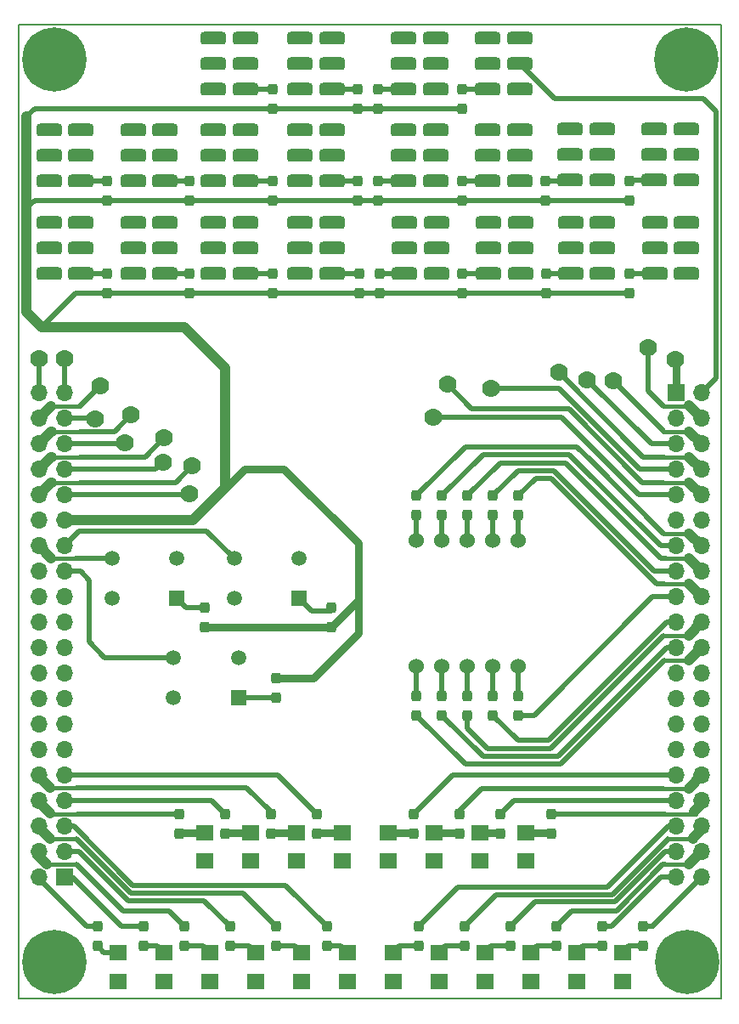
<source format=gbr>
%TF.GenerationSoftware,KiCad,Pcbnew,(6.0.2)*%
%TF.CreationDate,2022-03-31T22:04:23+02:00*%
%TF.ProjectId,ba_nano_version_2,62615f6e-616e-46f5-9f76-657273696f6e,rev?*%
%TF.SameCoordinates,Original*%
%TF.FileFunction,Copper,L1,Top*%
%TF.FilePolarity,Positive*%
%FSLAX46Y46*%
G04 Gerber Fmt 4.6, Leading zero omitted, Abs format (unit mm)*
G04 Created by KiCad (PCBNEW (6.0.2)) date 2022-03-31 22:04:23*
%MOMM*%
%LPD*%
G01*
G04 APERTURE LIST*
G04 Aperture macros list*
%AMRoundRect*
0 Rectangle with rounded corners*
0 $1 Rounding radius*
0 $2 $3 $4 $5 $6 $7 $8 $9 X,Y pos of 4 corners*
0 Add a 4 corners polygon primitive as box body*
4,1,4,$2,$3,$4,$5,$6,$7,$8,$9,$2,$3,0*
0 Add four circle primitives for the rounded corners*
1,1,$1+$1,$2,$3*
1,1,$1+$1,$4,$5*
1,1,$1+$1,$6,$7*
1,1,$1+$1,$8,$9*
0 Add four rect primitives between the rounded corners*
20,1,$1+$1,$2,$3,$4,$5,0*
20,1,$1+$1,$4,$5,$6,$7,0*
20,1,$1+$1,$6,$7,$8,$9,0*
20,1,$1+$1,$8,$9,$2,$3,0*%
G04 Aperture macros list end*
%TA.AperFunction,Profile*%
%ADD10C,0.200000*%
%TD*%
%TA.AperFunction,ComponentPad*%
%ADD11R,1.500000X1.500000*%
%TD*%
%TA.AperFunction,ComponentPad*%
%ADD12C,1.500000*%
%TD*%
%TA.AperFunction,SMDPad,CuDef*%
%ADD13RoundRect,0.237500X-0.237500X0.287500X-0.237500X-0.287500X0.237500X-0.287500X0.237500X0.287500X0*%
%TD*%
%TA.AperFunction,SMDPad,CuDef*%
%ADD14RoundRect,0.237500X0.237500X-0.287500X0.237500X0.287500X-0.237500X0.287500X-0.237500X-0.287500X0*%
%TD*%
%TA.AperFunction,ComponentPad*%
%ADD15C,1.524000*%
%TD*%
%TA.AperFunction,SMDPad,CuDef*%
%ADD16R,1.670000X1.620000*%
%TD*%
%TA.AperFunction,ComponentPad*%
%ADD17RoundRect,0.317500X0.955000X-0.317500X0.955000X0.317500X-0.955000X0.317500X-0.955000X-0.317500X0*%
%TD*%
%TA.AperFunction,ComponentPad*%
%ADD18C,6.400000*%
%TD*%
%TA.AperFunction,ComponentPad*%
%ADD19R,1.700000X1.700000*%
%TD*%
%TA.AperFunction,ComponentPad*%
%ADD20O,1.700000X1.700000*%
%TD*%
%TA.AperFunction,ViaPad*%
%ADD21C,1.778000*%
%TD*%
%TA.AperFunction,Conductor*%
%ADD22C,0.508000*%
%TD*%
%TA.AperFunction,Conductor*%
%ADD23C,1.016000*%
%TD*%
%TA.AperFunction,Conductor*%
%ADD24C,0.381000*%
%TD*%
%TA.AperFunction,Conductor*%
%ADD25C,0.762000*%
%TD*%
G04 APERTURE END LIST*
D10*
X169658181Y-52980345D02*
X169658181Y-149982945D01*
X99655781Y-149982945D02*
X99655781Y-52980345D01*
X169658181Y-149982945D02*
X99655781Y-149982945D01*
X99655781Y-52980345D02*
X169658181Y-52980345D01*
D11*
%TO.P,S3,1,COM_1*%
%TO.N,Net-(R51-Pad2)*%
X115443000Y-110109000D03*
D12*
%TO.P,S3,2,COM_2*%
X108943000Y-110109000D03*
%TO.P,S3,3,NO_1*%
%TO.N,/GPIO_0_27*%
X115443000Y-106109000D03*
%TO.P,S3,4,NO_2*%
X108943000Y-106109000D03*
%TD*%
D11*
%TO.P,S2,1,COM_1*%
%TO.N,Net-(R53-Pad2)*%
X121614000Y-119983000D03*
D12*
%TO.P,S2,2,COM_2*%
X115114000Y-119983000D03*
%TO.P,S2,3,NO_1*%
%TO.N,/GPIO_0_24*%
X121614000Y-115983000D03*
%TO.P,S2,4,NO_2*%
X115114000Y-115983000D03*
%TD*%
D11*
%TO.P,S1,1,COM_1*%
%TO.N,Net-(R52-Pad2)*%
X127635000Y-110109000D03*
D12*
%TO.P,S1,2,COM_2*%
X121135000Y-110109000D03*
%TO.P,S1,3,NO_1*%
%TO.N,/GPIO_0_26*%
X127635000Y-106109000D03*
%TO.P,S1,4,NO_2*%
X121135000Y-106109000D03*
%TD*%
D13*
%TO.P,R53,1*%
%TO.N,+3V3*%
X125300000Y-118075000D03*
%TO.P,R53,2*%
%TO.N,Net-(R53-Pad2)*%
X125300000Y-120000000D03*
%TD*%
D14*
%TO.P,R52,2*%
%TO.N,Net-(R52-Pad2)*%
X130800000Y-111037500D03*
%TO.P,R52,1*%
%TO.N,+3V3*%
X130800000Y-112962500D03*
%TD*%
%TO.P,R51,1*%
%TO.N,+3V3*%
X118200000Y-112962500D03*
%TO.P,R51,2*%
%TO.N,Net-(R51-Pad2)*%
X118200000Y-111037500D03*
%TD*%
%TO.P,R50,2*%
%TO.N,Net-(R50-Pad2)*%
X149479000Y-119814500D03*
%TO.P,R50,1*%
%TO.N,/GPIO_1_16*%
X149479000Y-121739500D03*
%TD*%
%TO.P,R49,1*%
%TO.N,Net-(R49-Pad1)*%
X149479000Y-101800500D03*
%TO.P,R49,2*%
%TO.N,/GPIO_1_17*%
X149479000Y-99875500D03*
%TD*%
%TO.P,R48,2*%
%TO.N,Net-(R48-Pad2)*%
X146939000Y-119814500D03*
%TO.P,R48,1*%
%TO.N,/GPIO_1_18*%
X146939000Y-121739500D03*
%TD*%
%TO.P,R47,2*%
%TO.N,/GPIO_1_14*%
X146939000Y-99875500D03*
%TO.P,R47,1*%
%TO.N,Net-(R47-Pad1)*%
X146939000Y-101800500D03*
%TD*%
%TO.P,R46,2*%
%TO.N,Net-(R46-Pad2)*%
X144399000Y-119814500D03*
%TO.P,R46,1*%
%TO.N,/GPIO_1_19*%
X144399000Y-121739500D03*
%TD*%
%TO.P,R45,2*%
%TO.N,/GPIO_1_15*%
X144399000Y-99875500D03*
%TO.P,R45,1*%
%TO.N,Net-(R45-Pad1)*%
X144399000Y-101800500D03*
%TD*%
%TO.P,R44,2*%
%TO.N,Net-(R44-Pad2)*%
X141859000Y-119814500D03*
%TO.P,R44,1*%
%TO.N,/GPIO_1_20*%
X141859000Y-121739500D03*
%TD*%
%TO.P,R43,1*%
%TO.N,Net-(R43-Pad1)*%
X141859000Y-101800500D03*
%TO.P,R43,2*%
%TO.N,/GPIO_1_12*%
X141859000Y-99875500D03*
%TD*%
%TO.P,R42,2*%
%TO.N,Net-(R42-Pad2)*%
X139319000Y-119814500D03*
%TO.P,R42,1*%
%TO.N,/GPIO_1_21*%
X139319000Y-121739500D03*
%TD*%
%TO.P,R41,1*%
%TO.N,Net-(R41-Pad1)*%
X139319000Y-101800500D03*
%TO.P,R41,2*%
%TO.N,/GPIO_1_13*%
X139319000Y-99875500D03*
%TD*%
D15*
%TO.P,U1,1,D*%
%TO.N,Net-(R42-Pad2)*%
X139319000Y-116867000D03*
%TO.P,U1,2,DP*%
%TO.N,Net-(R44-Pad2)*%
X141859000Y-116867000D03*
%TO.P,U1,3,E*%
%TO.N,Net-(R46-Pad2)*%
X144399000Y-116867000D03*
%TO.P,U1,4,C*%
%TO.N,Net-(R48-Pad2)*%
X146939000Y-116867000D03*
%TO.P,U1,5,CA_DIG2*%
%TO.N,Net-(R50-Pad2)*%
X149479000Y-116867000D03*
%TO.P,U1,6,B*%
%TO.N,Net-(R49-Pad1)*%
X149479000Y-104367000D03*
%TO.P,U1,7,A*%
%TO.N,Net-(R47-Pad1)*%
X146939000Y-104367000D03*
%TO.P,U1,8,F*%
%TO.N,Net-(R45-Pad1)*%
X144399000Y-104367000D03*
%TO.P,U1,9,G*%
%TO.N,Net-(R43-Pad1)*%
X141859000Y-104367000D03*
%TO.P,U1,10,CA_D1*%
%TO.N,Net-(R41-Pad1)*%
X139319000Y-104367000D03*
%TD*%
D16*
%TO.P,D9,1,K*%
%TO.N,GND*%
X146114800Y-148242000D03*
%TO.P,D9,2,A*%
%TO.N,Net-(D9-Pad2)*%
X146114800Y-145382000D03*
%TD*%
D13*
%TO.P,R8,1*%
%TO.N,/GPIO_1_35*%
X144082800Y-142801500D03*
%TO.P,R8,2*%
%TO.N,Net-(D8-Pad2)*%
X144082800Y-144726500D03*
%TD*%
D16*
%TO.P,D20,1,K*%
%TO.N,GND*%
X150178795Y-136293992D03*
%TO.P,D20,2,A*%
%TO.N,Net-(D20-Pad2)*%
X150178795Y-133433992D03*
%TD*%
D13*
%TO.P,R20,1*%
%TO.N,/GPIO_1_33*%
X152718800Y-131625500D03*
%TO.P,R20,2*%
%TO.N,Net-(D20-Pad2)*%
X152718800Y-133550500D03*
%TD*%
%TO.P,R3,1*%
%TO.N,/GPIO_0_3*%
X116142800Y-142801500D03*
%TO.P,R3,2*%
%TO.N,Net-(D3-Pad2)*%
X116142800Y-144726500D03*
%TD*%
D16*
%TO.P,D5,1,K*%
%TO.N,GND*%
X127826800Y-148242000D03*
%TO.P,D5,2,A*%
%TO.N,Net-(D5-Pad2)*%
X127826800Y-145382000D03*
%TD*%
D14*
%TO.P,R34,1*%
%TO.N,+3V3*%
X152273000Y-79702500D03*
%TO.P,R34,2*%
%TO.N,Net-(R34-Pad2)*%
X152273000Y-77777500D03*
%TD*%
D13*
%TO.P,R7,1*%
%TO.N,/GPIO_1_34*%
X139510800Y-142801500D03*
%TO.P,R7,2*%
%TO.N,Net-(D7-Pad2)*%
X139510800Y-144726500D03*
%TD*%
%TO.P,R1,1*%
%TO.N,/GPIO_0_1*%
X107506800Y-142801500D03*
%TO.P,R1,2*%
%TO.N,Net-(D1-Pad2)*%
X107506800Y-144726500D03*
%TD*%
%TO.P,R10,1*%
%TO.N,/GPIO_1_37*%
X153226800Y-142801500D03*
%TO.P,R10,2*%
%TO.N,Net-(D10-Pad2)*%
X153226800Y-144726500D03*
%TD*%
D17*
%TO.P,SW20,1,A*%
%TO.N,Net-(R40-Pad2)*%
X105863420Y-77759560D03*
%TO.P,SW20,2,B*%
%TO.N,/GPIO_0_37*%
X105863420Y-75219560D03*
%TO.P,SW20,3,C*%
%TO.N,GND*%
X105863420Y-72679560D03*
%TO.P,SW20,4,A*%
%TO.N,Net-(R40-Pad2)*%
X102670640Y-77759560D03*
%TO.P,SW20,5,B*%
%TO.N,/GPIO_0_37*%
X102670640Y-75219560D03*
%TO.P,SW20,6,C*%
%TO.N,GND*%
X102670640Y-72679560D03*
%TD*%
D16*
%TO.P,D19,1,K*%
%TO.N,GND*%
X145606795Y-136293992D03*
%TO.P,D19,2,A*%
%TO.N,Net-(D19-Pad2)*%
X145606795Y-133433992D03*
%TD*%
%TO.P,D12,1,K*%
%TO.N,GND*%
X159830800Y-148242000D03*
%TO.P,D12,2,A*%
%TO.N,Net-(D12-Pad2)*%
X159830800Y-145382000D03*
%TD*%
D17*
%TO.P,SW14,1,A*%
%TO.N,Net-(R34-Pad2)*%
X157854680Y-77724000D03*
%TO.P,SW14,2,B*%
%TO.N,/GPIO_1_5*%
X157854680Y-75184000D03*
%TO.P,SW14,3,C*%
%TO.N,GND*%
X157854680Y-72644000D03*
%TO.P,SW14,4,A*%
%TO.N,Net-(R34-Pad2)*%
X154661900Y-77724000D03*
%TO.P,SW14,5,B*%
%TO.N,/GPIO_1_5*%
X154661900Y-75184000D03*
%TO.P,SW14,6,C*%
%TO.N,GND*%
X154661900Y-72644000D03*
%TD*%
D14*
%TO.P,R35,1*%
%TO.N,+3V3*%
X143891000Y-79702500D03*
%TO.P,R35,2*%
%TO.N,Net-(R35-Pad2)*%
X143891000Y-77777500D03*
%TD*%
%TO.P,R31,2*%
%TO.N,Net-(R31-Pad2)*%
X116713000Y-68506500D03*
%TO.P,R31,1*%
%TO.N,+3V3*%
X116713000Y-70431500D03*
%TD*%
D16*
%TO.P,D2,1,K*%
%TO.N,GND*%
X114110800Y-148242000D03*
%TO.P,D2,2,A*%
%TO.N,Net-(D2-Pad2)*%
X114110800Y-145382000D03*
%TD*%
D18*
%TO.P,H4,1*%
%TO.N,N/C*%
X166243000Y-56388000D03*
%TD*%
D14*
%TO.P,R36,1*%
%TO.N,+3V3*%
X135636000Y-79702500D03*
%TO.P,R36,2*%
%TO.N,Net-(R36-Pad2)*%
X135636000Y-77777500D03*
%TD*%
D13*
%TO.P,R5,1*%
%TO.N,/GPIO_0_5*%
X125286800Y-142801500D03*
%TO.P,R5,2*%
%TO.N,Net-(D5-Pad2)*%
X125286800Y-144726500D03*
%TD*%
D14*
%TO.P,R21,1*%
%TO.N,+3V3*%
X143891000Y-61287500D03*
%TO.P,R21,2*%
%TO.N,Net-(R21-Pad2)*%
X143891000Y-59362500D03*
%TD*%
%TO.P,R38,1*%
%TO.N,+3V3*%
X124968000Y-79702500D03*
%TO.P,R38,2*%
%TO.N,Net-(R38-Pad2)*%
X124968000Y-77777500D03*
%TD*%
D17*
%TO.P,SW19,6,C*%
%TO.N,GND*%
X111062800Y-72679560D03*
%TO.P,SW19,5,B*%
%TO.N,/GPIO_0_35*%
X111062800Y-75219560D03*
%TO.P,SW19,4,A*%
%TO.N,Net-(R39-Pad2)*%
X111062800Y-77759560D03*
%TO.P,SW19,3,C*%
%TO.N,GND*%
X114255580Y-72679560D03*
%TO.P,SW19,2,B*%
%TO.N,/GPIO_0_35*%
X114255580Y-75219560D03*
%TO.P,SW19,1,A*%
%TO.N,Net-(R39-Pad2)*%
X114255580Y-77759560D03*
%TD*%
D14*
%TO.P,R23,1*%
%TO.N,+3V3*%
X133477000Y-61287500D03*
%TO.P,R23,2*%
%TO.N,Net-(R23-Pad2)*%
X133477000Y-59362500D03*
%TD*%
D17*
%TO.P,SW10,1,A*%
%TO.N,Net-(R30-Pad2)*%
X122228640Y-68513960D03*
%TO.P,SW10,2,B*%
%TO.N,/GPIO_0_32*%
X122228640Y-65973960D03*
%TO.P,SW10,3,C*%
%TO.N,GND*%
X122228640Y-63433960D03*
%TO.P,SW10,4,A*%
%TO.N,Net-(R30-Pad2)*%
X119035860Y-68513960D03*
%TO.P,SW10,5,B*%
%TO.N,/GPIO_0_32*%
X119035860Y-65973960D03*
%TO.P,SW10,6,C*%
%TO.N,GND*%
X119035860Y-63433960D03*
%TD*%
D13*
%TO.P,R4,1*%
%TO.N,/GPIO_0_2*%
X120714800Y-142801500D03*
%TO.P,R4,2*%
%TO.N,Net-(D4-Pad2)*%
X120714800Y-144726500D03*
%TD*%
D18*
%TO.P,H1,1*%
%TO.N,N/C*%
X103251000Y-146291300D03*
%TD*%
D16*
%TO.P,D1,1,K*%
%TO.N,GND*%
X109538800Y-148242000D03*
%TO.P,D1,2,A*%
%TO.N,Net-(D1-Pad2)*%
X109538800Y-145382000D03*
%TD*%
D14*
%TO.P,R28,1*%
%TO.N,+3V3*%
X135509000Y-70431500D03*
%TO.P,R28,2*%
%TO.N,Net-(R28-Pad2)*%
X135509000Y-68506500D03*
%TD*%
%TO.P,R33,1*%
%TO.N,+3V3*%
X160528000Y-79702500D03*
%TO.P,R33,2*%
%TO.N,Net-(R33-Pad2)*%
X160528000Y-77777500D03*
%TD*%
D13*
%TO.P,R17,1*%
%TO.N,/GPIO_1_30*%
X139002800Y-131625500D03*
%TO.P,R17,2*%
%TO.N,Net-(D17-Pad2)*%
X139002800Y-133550500D03*
%TD*%
%TO.P,R11,1*%
%TO.N,/GPIO_1_38*%
X157798800Y-142801500D03*
%TO.P,R11,2*%
%TO.N,Net-(D11-Pad2)*%
X157798800Y-144726500D03*
%TD*%
%TO.P,R14,1*%
%TO.N,/GPIO_0_6*%
X120206800Y-131625500D03*
%TO.P,R14,2*%
%TO.N,Net-(D14-Pad2)*%
X120206800Y-133550500D03*
%TD*%
%TO.P,R18,1*%
%TO.N,/GPIO_1_31*%
X143574800Y-131625500D03*
%TO.P,R18,2*%
%TO.N,Net-(D18-Pad2)*%
X143574800Y-133550500D03*
%TD*%
D18*
%TO.P,H3,1*%
%TO.N,N/C*%
X103251000Y-56375300D03*
%TD*%
D16*
%TO.P,D13,1,K*%
%TO.N,GND*%
X118174800Y-136293992D03*
%TO.P,D13,2,A*%
%TO.N,Net-(D13-Pad2)*%
X118174800Y-133433992D03*
%TD*%
D17*
%TO.P,SW18,6,C*%
%TO.N,GND*%
X119035860Y-72679560D03*
%TO.P,SW18,5,B*%
%TO.N,/GPIO_0_33*%
X119035860Y-75219560D03*
%TO.P,SW18,4,A*%
%TO.N,Net-(R38-Pad2)*%
X119035860Y-77759560D03*
%TO.P,SW18,3,C*%
%TO.N,GND*%
X122228640Y-72679560D03*
%TO.P,SW18,2,B*%
%TO.N,/GPIO_0_33*%
X122228640Y-75219560D03*
%TO.P,SW18,1,A*%
%TO.N,Net-(R38-Pad2)*%
X122228640Y-77759560D03*
%TD*%
%TO.P,SW3,6,C*%
%TO.N,GND*%
X127682020Y-54289960D03*
%TO.P,SW3,5,B*%
%TO.N,/GPIO_0_38*%
X127682020Y-56829960D03*
%TO.P,SW3,4,A*%
%TO.N,Net-(R23-Pad2)*%
X127682020Y-59369960D03*
%TO.P,SW3,3,C*%
%TO.N,GND*%
X130874800Y-54289960D03*
%TO.P,SW3,2,B*%
%TO.N,/GPIO_0_38*%
X130874800Y-56829960D03*
%TO.P,SW3,1,A*%
%TO.N,Net-(R23-Pad2)*%
X130874800Y-59369960D03*
%TD*%
D16*
%TO.P,D10,1,K*%
%TO.N,GND*%
X150686800Y-148242000D03*
%TO.P,D10,2,A*%
%TO.N,Net-(D10-Pad2)*%
X150686800Y-145382000D03*
%TD*%
D14*
%TO.P,R24,1*%
%TO.N,+3V3*%
X124968000Y-61287500D03*
%TO.P,R24,2*%
%TO.N,Net-(R24-Pad2)*%
X124968000Y-59362500D03*
%TD*%
D17*
%TO.P,SW16,6,C*%
%TO.N,GND*%
X138111260Y-72679560D03*
%TO.P,SW16,5,B*%
%TO.N,/GPIO_1_9*%
X138111260Y-75219560D03*
%TO.P,SW16,4,A*%
%TO.N,Net-(R36-Pad2)*%
X138111260Y-77759560D03*
%TO.P,SW16,3,C*%
%TO.N,GND*%
X141304040Y-72679560D03*
%TO.P,SW16,2,B*%
%TO.N,/GPIO_1_9*%
X141304040Y-75219560D03*
%TO.P,SW16,1,A*%
%TO.N,Net-(R36-Pad2)*%
X141304040Y-77759560D03*
%TD*%
D13*
%TO.P,R6,1*%
%TO.N,/GPIO_0_4*%
X130366800Y-142801500D03*
%TO.P,R6,2*%
%TO.N,Net-(D6-Pad2)*%
X130366800Y-144726500D03*
%TD*%
D14*
%TO.P,R37,1*%
%TO.N,+3V3*%
X133604000Y-79702500D03*
%TO.P,R37,2*%
%TO.N,Net-(R37-Pad2)*%
X133604000Y-77777500D03*
%TD*%
D17*
%TO.P,SW15,6,C*%
%TO.N,GND*%
X146478020Y-72679560D03*
%TO.P,SW15,5,B*%
%TO.N,/GPIO_1_7*%
X146478020Y-75219560D03*
%TO.P,SW15,4,A*%
%TO.N,Net-(R35-Pad2)*%
X146478020Y-77759560D03*
%TO.P,SW15,3,C*%
%TO.N,GND*%
X149670800Y-72679560D03*
%TO.P,SW15,2,B*%
%TO.N,/GPIO_1_7*%
X149670800Y-75219560D03*
%TO.P,SW15,1,A*%
%TO.N,Net-(R35-Pad2)*%
X149670800Y-77759560D03*
%TD*%
%TO.P,SW2,1,A*%
%TO.N,Net-(R22-Pad2)*%
X141207520Y-59369960D03*
%TO.P,SW2,2,B*%
%TO.N,/GPIO_1_0*%
X141207520Y-56829960D03*
%TO.P,SW2,3,C*%
%TO.N,GND*%
X141207520Y-54289960D03*
%TO.P,SW2,4,A*%
%TO.N,Net-(R22-Pad2)*%
X138014740Y-59369960D03*
%TO.P,SW2,5,B*%
%TO.N,/GPIO_1_0*%
X138014740Y-56829960D03*
%TO.P,SW2,6,C*%
%TO.N,GND*%
X138014740Y-54289960D03*
%TD*%
D16*
%TO.P,D4,1,K*%
%TO.N,GND*%
X123254800Y-148242000D03*
%TO.P,D4,2,A*%
%TO.N,Net-(D4-Pad2)*%
X123254800Y-145382000D03*
%TD*%
D17*
%TO.P,SW6,1,A*%
%TO.N,Net-(R26-Pad2)*%
X157798800Y-68478400D03*
%TO.P,SW6,2,B*%
%TO.N,/GPIO_1_4*%
X157798800Y-65938400D03*
%TO.P,SW6,3,C*%
%TO.N,GND*%
X157798800Y-63398400D03*
%TO.P,SW6,4,A*%
%TO.N,Net-(R26-Pad2)*%
X154606020Y-68478400D03*
%TO.P,SW6,5,B*%
%TO.N,/GPIO_1_4*%
X154606020Y-65938400D03*
%TO.P,SW6,6,C*%
%TO.N,GND*%
X154606020Y-63398400D03*
%TD*%
D14*
%TO.P,R25,1*%
%TO.N,+3V3*%
X160528000Y-70431500D03*
%TO.P,R25,2*%
%TO.N,Net-(R25-Pad2)*%
X160528000Y-68506500D03*
%TD*%
D18*
%TO.P,H2,1*%
%TO.N,N/C*%
X166268400Y-146291300D03*
%TD*%
D17*
%TO.P,SW11,1,A*%
%TO.N,Net-(R31-Pad2)*%
X114255580Y-68513960D03*
%TO.P,SW11,2,B*%
%TO.N,/GPIO_0_34*%
X114255580Y-65973960D03*
%TO.P,SW11,3,C*%
%TO.N,GND*%
X114255580Y-63433960D03*
%TO.P,SW11,4,A*%
%TO.N,Net-(R31-Pad2)*%
X111062800Y-68513960D03*
%TO.P,SW11,5,B*%
%TO.N,/GPIO_0_34*%
X111062800Y-65973960D03*
%TO.P,SW11,6,C*%
%TO.N,GND*%
X111062800Y-63433960D03*
%TD*%
D13*
%TO.P,R16,1*%
%TO.N,/GPIO_0_8*%
X129350800Y-131625500D03*
%TO.P,R16,2*%
%TO.N,Net-(D16-Pad2)*%
X129350800Y-133550500D03*
%TD*%
D17*
%TO.P,SW5,1,A*%
%TO.N,Net-(R25-Pad2)*%
X166218900Y-68478400D03*
%TO.P,SW5,2,B*%
%TO.N,/GPIO_1_2*%
X166218900Y-65938400D03*
%TO.P,SW5,3,C*%
%TO.N,GND*%
X166218900Y-63398400D03*
%TO.P,SW5,4,A*%
%TO.N,Net-(R25-Pad2)*%
X163026120Y-68478400D03*
%TO.P,SW5,5,B*%
%TO.N,/GPIO_1_2*%
X163026120Y-65938400D03*
%TO.P,SW5,6,C*%
%TO.N,GND*%
X163026120Y-63398400D03*
%TD*%
D14*
%TO.P,R22,1*%
%TO.N,+3V3*%
X135509000Y-61287500D03*
%TO.P,R22,2*%
%TO.N,Net-(R22-Pad2)*%
X135509000Y-59362500D03*
%TD*%
D16*
%TO.P,D8,1,K*%
%TO.N,GND*%
X141542800Y-148242000D03*
%TO.P,D8,2,A*%
%TO.N,Net-(D8-Pad2)*%
X141542800Y-145382000D03*
%TD*%
D17*
%TO.P,SW1,1,A*%
%TO.N,Net-(R21-Pad2)*%
X149625080Y-59369960D03*
%TO.P,SW1,2,B*%
%TO.N,/GPIO_1_1*%
X149625080Y-56829960D03*
%TO.P,SW1,3,C*%
%TO.N,GND*%
X149625080Y-54289960D03*
%TO.P,SW1,4,A*%
%TO.N,Net-(R21-Pad2)*%
X146432300Y-59369960D03*
%TO.P,SW1,5,B*%
%TO.N,/GPIO_1_1*%
X146432300Y-56829960D03*
%TO.P,SW1,6,C*%
%TO.N,GND*%
X146432300Y-54289960D03*
%TD*%
D16*
%TO.P,D3,1,K*%
%TO.N,GND*%
X118682800Y-148242000D03*
%TO.P,D3,2,A*%
%TO.N,Net-(D3-Pad2)*%
X118682800Y-145382000D03*
%TD*%
D13*
%TO.P,R2,1*%
%TO.N,/GPIO_0_0*%
X112078800Y-142801500D03*
%TO.P,R2,2*%
%TO.N,Net-(D2-Pad2)*%
X112078800Y-144726500D03*
%TD*%
D14*
%TO.P,R27,2*%
%TO.N,Net-(R27-Pad2)*%
X143891000Y-68506500D03*
%TO.P,R27,1*%
%TO.N,+3V3*%
X143891000Y-70431500D03*
%TD*%
D13*
%TO.P,R13,1*%
%TO.N,/GPIO_0_7*%
X115634800Y-131625500D03*
%TO.P,R13,2*%
%TO.N,Net-(D13-Pad2)*%
X115634800Y-133550500D03*
%TD*%
D16*
%TO.P,D17,1,K*%
%TO.N,GND*%
X136462795Y-136293992D03*
%TO.P,D17,2,A*%
%TO.N,Net-(D17-Pad2)*%
X136462795Y-133433992D03*
%TD*%
D17*
%TO.P,SW4,6,C*%
%TO.N,GND*%
X119035860Y-54289960D03*
%TO.P,SW4,5,B*%
%TO.N,/GPIO_0_39*%
X119035860Y-56829960D03*
%TO.P,SW4,4,A*%
%TO.N,Net-(R24-Pad2)*%
X119035860Y-59369960D03*
%TO.P,SW4,3,C*%
%TO.N,GND*%
X122228640Y-54289960D03*
%TO.P,SW4,2,B*%
%TO.N,/GPIO_0_39*%
X122228640Y-56829960D03*
%TO.P,SW4,1,A*%
%TO.N,Net-(R24-Pad2)*%
X122228640Y-59369960D03*
%TD*%
%TO.P,SW7,1,A*%
%TO.N,Net-(R27-Pad2)*%
X149625080Y-68513960D03*
%TO.P,SW7,2,B*%
%TO.N,/GPIO_1_6*%
X149625080Y-65973960D03*
%TO.P,SW7,3,C*%
%TO.N,GND*%
X149625080Y-63433960D03*
%TO.P,SW7,4,A*%
%TO.N,Net-(R27-Pad2)*%
X146432300Y-68513960D03*
%TO.P,SW7,5,B*%
%TO.N,/GPIO_1_6*%
X146432300Y-65973960D03*
%TO.P,SW7,6,C*%
%TO.N,GND*%
X146432300Y-63433960D03*
%TD*%
D16*
%TO.P,D18,1,K*%
%TO.N,GND*%
X141034795Y-136293992D03*
%TO.P,D18,2,A*%
%TO.N,Net-(D18-Pad2)*%
X141034795Y-133433992D03*
%TD*%
D19*
%TO.P,J1,1,Pin_1*%
%TO.N,/GPIO_0_0*%
X104216200Y-137883900D03*
D20*
%TO.P,J1,2,Pin_2*%
%TO.N,/GPIO_0_1*%
X101676200Y-137883900D03*
%TO.P,J1,3,Pin_3*%
%TO.N,/GPIO_0_2*%
X104216200Y-135343900D03*
%TO.P,J1,4,Pin_4*%
%TO.N,/GPIO_0_3*%
X101676200Y-135343900D03*
%TO.P,J1,5,Pin_5*%
%TO.N,/GPIO_0_4*%
X104216200Y-132803900D03*
%TO.P,J1,6,Pin_6*%
%TO.N,/GPIO_0_5*%
X101676200Y-132803900D03*
%TO.P,J1,7,Pin_7*%
%TO.N,/GPIO_0_6*%
X104216200Y-130263900D03*
%TO.P,J1,8,Pin_8*%
%TO.N,/GPIO_0_7*%
X101676200Y-130263900D03*
%TO.P,J1,9,Pin_9*%
%TO.N,/GPIO_0_8*%
X104216200Y-127723900D03*
%TO.P,J1,10,Pin_10*%
%TO.N,/GPIO_0_9*%
X101676200Y-127723900D03*
%TO.P,J1,11,Pin_11*%
%TO.N,unconnected-(J1-Pad11)*%
X104216200Y-125183900D03*
%TO.P,J1,12,Pin_12*%
%TO.N,GND*%
X101676200Y-125183900D03*
%TO.P,J1,13,Pin_13*%
%TO.N,/GPIO_0_12*%
X104216200Y-122643900D03*
%TO.P,J1,14,Pin_14*%
%TO.N,/GPIO_0_13*%
X101676200Y-122643900D03*
%TO.P,J1,15,Pin_15*%
%TO.N,/GPIO_0_14*%
X104216200Y-120103900D03*
%TO.P,J1,16,Pin_16*%
%TO.N,/GPIO_0_15*%
X101676200Y-120103900D03*
%TO.P,J1,17,Pin_17*%
%TO.N,/GPIO_0_16*%
X104216200Y-117563900D03*
%TO.P,J1,18,Pin_18*%
%TO.N,/GPIO_0_17*%
X101676200Y-117563900D03*
%TO.P,J1,19,Pin_19*%
%TO.N,/GPIO_0_18*%
X104216200Y-115023900D03*
%TO.P,J1,20,Pin_20*%
%TO.N,/GPIO_0_19*%
X101676200Y-115023900D03*
%TO.P,J1,21,Pin_21*%
%TO.N,/GPIO_0_20*%
X104216200Y-112483900D03*
%TO.P,J1,22,Pin_22*%
%TO.N,/GPIO_0_21*%
X101676200Y-112483900D03*
%TO.P,J1,23,Pin_23*%
%TO.N,/GPIO_0_22*%
X104216200Y-109943900D03*
%TO.P,J1,24,Pin_24*%
%TO.N,/GPIO_0_23*%
X101676200Y-109943900D03*
%TO.P,J1,25,Pin_25*%
%TO.N,/GPIO_0_24*%
X104216200Y-107403900D03*
%TO.P,J1,26,Pin_26*%
%TO.N,/GPIO_0_25*%
X101676200Y-107403900D03*
%TO.P,J1,27,Pin_27*%
%TO.N,/GPIO_0_26*%
X104216200Y-104863900D03*
%TO.P,J1,28,Pin_28*%
%TO.N,/GPIO_0_27*%
X101676200Y-104863900D03*
%TO.P,J1,29,Pin_29*%
%TO.N,+3V3*%
X104216200Y-102323900D03*
%TO.P,J1,30,Pin_30*%
%TO.N,GND*%
X101676200Y-102323900D03*
%TO.P,J1,31,Pin_31*%
%TO.N,/GPIO_0_30*%
X104216200Y-99783900D03*
%TO.P,J1,32,Pin_32*%
%TO.N,/GPIO_0_31*%
X101676200Y-99783900D03*
%TO.P,J1,33,Pin_33*%
%TO.N,/GPIO_0_32*%
X104216200Y-97243900D03*
%TO.P,J1,34,Pin_34*%
%TO.N,/GPIO_0_33*%
X101676200Y-97243900D03*
%TO.P,J1,35,Pin_35*%
%TO.N,/GPIO_0_34*%
X104216200Y-94703900D03*
%TO.P,J1,36,Pin_36*%
%TO.N,/GPIO_0_35*%
X101676200Y-94703900D03*
%TO.P,J1,37,Pin_37*%
%TO.N,/GPIO_0_36*%
X104216200Y-92163900D03*
%TO.P,J1,38,Pin_38*%
%TO.N,/GPIO_0_37*%
X101676200Y-92163900D03*
%TO.P,J1,39,Pin_39*%
%TO.N,/GPIO_0_38*%
X104216200Y-89623900D03*
%TO.P,J1,40,Pin_40*%
%TO.N,/GPIO_0_39*%
X101676200Y-89623900D03*
%TD*%
D17*
%TO.P,SW9,6,C*%
%TO.N,GND*%
X127682020Y-63433960D03*
%TO.P,SW9,5,B*%
%TO.N,/GPIO_0_30*%
X127682020Y-65973960D03*
%TO.P,SW9,4,A*%
%TO.N,Net-(R29-Pad2)*%
X127682020Y-68513960D03*
%TO.P,SW9,3,C*%
%TO.N,GND*%
X130874800Y-63433960D03*
%TO.P,SW9,2,B*%
%TO.N,/GPIO_0_30*%
X130874800Y-65973960D03*
%TO.P,SW9,1,A*%
%TO.N,Net-(R29-Pad2)*%
X130874800Y-68513960D03*
%TD*%
%TO.P,SW12,6,C*%
%TO.N,GND*%
X102670640Y-63433960D03*
%TO.P,SW12,5,B*%
%TO.N,/GPIO_0_36*%
X102670640Y-65973960D03*
%TO.P,SW12,4,A*%
%TO.N,Net-(R32-Pad2)*%
X102670640Y-68513960D03*
%TO.P,SW12,3,C*%
%TO.N,GND*%
X105863420Y-63433960D03*
%TO.P,SW12,2,B*%
%TO.N,/GPIO_0_36*%
X105863420Y-65973960D03*
%TO.P,SW12,1,A*%
%TO.N,Net-(R32-Pad2)*%
X105863420Y-68513960D03*
%TD*%
D16*
%TO.P,D16,1,K*%
%TO.N,GND*%
X131890800Y-136294000D03*
%TO.P,D16,2,A*%
%TO.N,Net-(D16-Pad2)*%
X131890800Y-133434000D03*
%TD*%
D14*
%TO.P,R39,1*%
%TO.N,+3V3*%
X116713000Y-79702500D03*
%TO.P,R39,2*%
%TO.N,Net-(R39-Pad2)*%
X116713000Y-77777500D03*
%TD*%
D13*
%TO.P,R19,1*%
%TO.N,/GPIO_1_32*%
X147638800Y-131625500D03*
%TO.P,R19,2*%
%TO.N,Net-(D19-Pad2)*%
X147638800Y-133550500D03*
%TD*%
D17*
%TO.P,SW8,6,C*%
%TO.N,GND*%
X138014740Y-63433960D03*
%TO.P,SW8,5,B*%
%TO.N,/GPIO_1_8*%
X138014740Y-65973960D03*
%TO.P,SW8,4,A*%
%TO.N,Net-(R28-Pad2)*%
X138014740Y-68513960D03*
%TO.P,SW8,3,C*%
%TO.N,GND*%
X141207520Y-63433960D03*
%TO.P,SW8,2,B*%
%TO.N,/GPIO_1_8*%
X141207520Y-65973960D03*
%TO.P,SW8,1,A*%
%TO.N,Net-(R28-Pad2)*%
X141207520Y-68513960D03*
%TD*%
D14*
%TO.P,R40,2*%
%TO.N,Net-(R40-Pad2)*%
X108458000Y-77777500D03*
%TO.P,R40,1*%
%TO.N,+3V3*%
X108458000Y-79702500D03*
%TD*%
D17*
%TO.P,SW17,6,C*%
%TO.N,GND*%
X127682020Y-72679560D03*
%TO.P,SW17,5,B*%
%TO.N,/GPIO_0_31*%
X127682020Y-75219560D03*
%TO.P,SW17,4,A*%
%TO.N,Net-(R37-Pad2)*%
X127682020Y-77759560D03*
%TO.P,SW17,3,C*%
%TO.N,GND*%
X130874800Y-72679560D03*
%TO.P,SW17,2,B*%
%TO.N,/GPIO_0_31*%
X130874800Y-75219560D03*
%TO.P,SW17,1,A*%
%TO.N,Net-(R37-Pad2)*%
X130874800Y-77759560D03*
%TD*%
D19*
%TO.P,J2,1,Pin_1*%
%TO.N,/GPIO_1_0*%
X165188900Y-89623900D03*
D20*
%TO.P,J2,2,Pin_2*%
%TO.N,/GPIO_1_1*%
X167728900Y-89623900D03*
%TO.P,J2,3,Pin_3*%
%TO.N,/GPIO_1_2*%
X165188900Y-92163900D03*
%TO.P,J2,4,Pin_4*%
%TO.N,/GPIO_1_3*%
X167728900Y-92163900D03*
%TO.P,J2,5,Pin_5*%
%TO.N,/GPIO_1_4*%
X165188900Y-94703900D03*
%TO.P,J2,6,Pin_6*%
%TO.N,/GPIO_1_5*%
X167728900Y-94703900D03*
%TO.P,J2,7,Pin_7*%
%TO.N,/GPIO_1_6*%
X165188900Y-97243900D03*
%TO.P,J2,8,Pin_8*%
%TO.N,/GPIO_1_7*%
X167728900Y-97243900D03*
%TO.P,J2,9,Pin_9*%
%TO.N,/GPIO_1_8*%
X165188900Y-99783900D03*
%TO.P,J2,10,Pin_10*%
%TO.N,/GPIO_1_9*%
X167728900Y-99783900D03*
%TO.P,J2,11,Pin_11*%
%TO.N,unconnected-(J2-Pad11)*%
X165188900Y-102323900D03*
%TO.P,J2,12,Pin_12*%
%TO.N,GND*%
X167728900Y-102323900D03*
%TO.P,J2,13,Pin_13*%
%TO.N,/GPIO_1_12*%
X165188900Y-104863900D03*
%TO.P,J2,14,Pin_14*%
%TO.N,/GPIO_1_13*%
X167728900Y-104863900D03*
%TO.P,J2,15,Pin_15*%
%TO.N,/GPIO_1_14*%
X165188900Y-107403900D03*
%TO.P,J2,16,Pin_16*%
%TO.N,/GPIO_1_15*%
X167728900Y-107403900D03*
%TO.P,J2,17,Pin_17*%
%TO.N,/GPIO_1_16*%
X165188900Y-109943900D03*
%TO.P,J2,18,Pin_18*%
%TO.N,/GPIO_1_17*%
X167728900Y-109943900D03*
%TO.P,J2,19,Pin_19*%
%TO.N,/GPIO_1_18*%
X165188900Y-112483900D03*
%TO.P,J2,20,Pin_20*%
%TO.N,/GPIO_1_19*%
X167728900Y-112483900D03*
%TO.P,J2,21,Pin_21*%
%TO.N,/GPIO_1_20*%
X165188900Y-115023900D03*
%TO.P,J2,22,Pin_22*%
%TO.N,/GPIO_1_21*%
X167728900Y-115023900D03*
%TO.P,J2,23,Pin_23*%
%TO.N,/GPIO_1_22*%
X165188900Y-117563900D03*
%TO.P,J2,24,Pin_24*%
%TO.N,/GPIO_1_23*%
X167728900Y-117563900D03*
%TO.P,J2,25,Pin_25*%
%TO.N,/GPIO_1_24*%
X165188900Y-120103900D03*
%TO.P,J2,26,Pin_26*%
%TO.N,/GPIO_1_25*%
X167728900Y-120103900D03*
%TO.P,J2,27,Pin_27*%
%TO.N,/GPIO_1_26*%
X165188900Y-122643900D03*
%TO.P,J2,28,Pin_28*%
%TO.N,/GPIO_1_27*%
X167728900Y-122643900D03*
%TO.P,J2,29,Pin_29*%
%TO.N,+3V3*%
X165188900Y-125183900D03*
%TO.P,J2,30,Pin_30*%
%TO.N,GND*%
X167728900Y-125183900D03*
%TO.P,J2,31,Pin_31*%
%TO.N,/GPIO_1_30*%
X165188900Y-127723900D03*
%TO.P,J2,32,Pin_32*%
%TO.N,/GPIO_1_31*%
X167728900Y-127723900D03*
%TO.P,J2,33,Pin_33*%
%TO.N,/GPIO_1_32*%
X165188900Y-130263900D03*
%TO.P,J2,34,Pin_34*%
%TO.N,/GPIO_1_33*%
X167728900Y-130263900D03*
%TO.P,J2,35,Pin_35*%
%TO.N,/GPIO_1_34*%
X165188900Y-132803900D03*
%TO.P,J2,36,Pin_36*%
%TO.N,/GPIO_1_35*%
X167728900Y-132803900D03*
%TO.P,J2,37,Pin_37*%
%TO.N,/GPIO_1_36*%
X165188900Y-135343900D03*
%TO.P,J2,38,Pin_38*%
%TO.N,/GPIO_1_37*%
X167728900Y-135343900D03*
%TO.P,J2,39,Pin_39*%
%TO.N,/GPIO_1_38*%
X165188900Y-137883900D03*
%TO.P,J2,40,Pin_40*%
%TO.N,/GPIO_1_39*%
X167728900Y-137883900D03*
%TD*%
D17*
%TO.P,SW13,1,A*%
%TO.N,Net-(R33-Pad2)*%
X166246840Y-77724000D03*
%TO.P,SW13,2,B*%
%TO.N,/GPIO_1_3*%
X166246840Y-75184000D03*
%TO.P,SW13,3,C*%
%TO.N,GND*%
X166246840Y-72644000D03*
%TO.P,SW13,4,A*%
%TO.N,Net-(R33-Pad2)*%
X163054060Y-77724000D03*
%TO.P,SW13,5,B*%
%TO.N,/GPIO_1_3*%
X163054060Y-75184000D03*
%TO.P,SW13,6,C*%
%TO.N,GND*%
X163054060Y-72644000D03*
%TD*%
D16*
%TO.P,D14,1,K*%
%TO.N,GND*%
X122746795Y-136293992D03*
%TO.P,D14,2,A*%
%TO.N,Net-(D14-Pad2)*%
X122746795Y-133433992D03*
%TD*%
D14*
%TO.P,R32,2*%
%TO.N,Net-(R32-Pad2)*%
X108458000Y-68506500D03*
%TO.P,R32,1*%
%TO.N,+3V3*%
X108458000Y-70431500D03*
%TD*%
%TO.P,R29,1*%
%TO.N,+3V3*%
X133477000Y-70431500D03*
%TO.P,R29,2*%
%TO.N,Net-(R29-Pad2)*%
X133477000Y-68506500D03*
%TD*%
D13*
%TO.P,R9,1*%
%TO.N,/GPIO_1_36*%
X148654800Y-142801500D03*
%TO.P,R9,2*%
%TO.N,Net-(D9-Pad2)*%
X148654800Y-144726500D03*
%TD*%
D16*
%TO.P,D6,1,K*%
%TO.N,GND*%
X132398800Y-148242000D03*
%TO.P,D6,2,A*%
%TO.N,Net-(D6-Pad2)*%
X132398800Y-145382000D03*
%TD*%
%TO.P,D11,1,K*%
%TO.N,GND*%
X155258800Y-148242000D03*
%TO.P,D11,2,A*%
%TO.N,Net-(D11-Pad2)*%
X155258800Y-145382000D03*
%TD*%
D13*
%TO.P,R12,1*%
%TO.N,/GPIO_1_39*%
X161862800Y-142801500D03*
%TO.P,R12,2*%
%TO.N,Net-(D12-Pad2)*%
X161862800Y-144726500D03*
%TD*%
D16*
%TO.P,D15,1,K*%
%TO.N,GND*%
X127318795Y-136294000D03*
%TO.P,D15,2,A*%
%TO.N,Net-(D15-Pad2)*%
X127318795Y-133434000D03*
%TD*%
D14*
%TO.P,R30,1*%
%TO.N,+3V3*%
X124968000Y-70431500D03*
%TO.P,R30,2*%
%TO.N,Net-(R30-Pad2)*%
X124968000Y-68506500D03*
%TD*%
D13*
%TO.P,R15,1*%
%TO.N,/GPIO_0_9*%
X124778800Y-131625500D03*
%TO.P,R15,2*%
%TO.N,Net-(D15-Pad2)*%
X124778800Y-133550500D03*
%TD*%
D16*
%TO.P,D7,1,K*%
%TO.N,GND*%
X136970800Y-148242000D03*
%TO.P,D7,2,A*%
%TO.N,Net-(D7-Pad2)*%
X136970800Y-145382000D03*
%TD*%
D14*
%TO.P,R26,1*%
%TO.N,+3V3*%
X152146000Y-70431500D03*
%TO.P,R26,2*%
%TO.N,Net-(R26-Pad2)*%
X152146000Y-68506500D03*
%TD*%
D21*
%TO.N,/GPIO_1_8*%
X141000000Y-92100000D03*
%TO.N,/GPIO_1_9*%
X142400000Y-88800000D03*
%TO.N,/GPIO_1_6*%
X146700000Y-89200000D03*
%TO.N,/GPIO_1_7*%
X153500000Y-87600000D03*
%TO.N,/GPIO_1_3*%
X162400000Y-85100000D03*
%TO.N,/GPIO_1_5*%
X158900000Y-88400000D03*
%TO.N,/GPIO_1_4*%
X156300000Y-88300000D03*
%TO.N,/GPIO_1_0*%
X165100000Y-86300000D03*
%TO.N,/GPIO_0_30*%
X116713000Y-99695000D03*
%TO.N,/GPIO_0_32*%
X114046000Y-96520000D03*
%TO.N,/GPIO_0_31*%
X116967000Y-96901000D03*
%TO.N,/GPIO_0_33*%
X114173000Y-94107000D03*
%TO.N,/GPIO_0_34*%
X110236000Y-94615000D03*
%TO.N,/GPIO_0_35*%
X110871000Y-91821000D03*
%TO.N,/GPIO_0_36*%
X107315000Y-92202000D03*
%TO.N,/GPIO_0_37*%
X107823000Y-88900000D03*
%TO.N,/GPIO_0_38*%
X104267000Y-86233000D03*
%TO.N,/GPIO_0_39*%
X101727000Y-86233000D03*
%TD*%
D22*
%TO.N,/GPIO_0_24*%
X108236000Y-115983000D02*
X115114000Y-115983000D01*
X106680000Y-108280000D02*
X106680000Y-114427000D01*
X105803900Y-107403900D02*
X106680000Y-108280000D01*
X106680000Y-114427000D02*
X108236000Y-115983000D01*
X104216200Y-107403900D02*
X105803900Y-107403900D01*
%TO.N,/GPIO_1_9*%
X144800000Y-91200000D02*
X154500000Y-91200000D01*
X144800000Y-91200000D02*
X142400000Y-88800000D01*
X161843889Y-98543889D02*
X154500000Y-91200000D01*
%TO.N,/GPIO_1_6*%
X153400000Y-89200000D02*
X146700000Y-89200000D01*
X153500584Y-89200000D02*
X153400000Y-89200000D01*
X161544484Y-97243900D02*
X153500584Y-89200000D01*
X165188900Y-97243900D02*
X161544484Y-97243900D01*
%TO.N,/GPIO_1_7*%
X161900000Y-96000000D02*
X153500000Y-87600000D01*
X164000000Y-96000000D02*
X161900000Y-96000000D01*
%TO.N,/GPIO_1_9*%
X163943889Y-98543889D02*
X161843889Y-98543889D01*
%TO.N,/GPIO_1_8*%
X153800000Y-92100000D02*
X141000000Y-92100000D01*
X153800000Y-92100000D02*
X161483900Y-99783900D01*
X165188900Y-99783900D02*
X161483900Y-99783900D01*
%TO.N,/GPIO_1_3*%
X162400000Y-89400000D02*
X162400000Y-85100000D01*
X163923889Y-90923889D02*
X162400000Y-89400000D01*
%TO.N,/GPIO_1_5*%
X163936111Y-93436111D02*
X158900000Y-88400000D01*
X163936111Y-93463889D02*
X163936111Y-93436111D01*
%TO.N,/GPIO_1_4*%
X162703900Y-94703900D02*
X156300000Y-88300000D01*
X165188900Y-94703900D02*
X162703900Y-94703900D01*
D23*
%TO.N,/GPIO_1_3*%
X167728900Y-92163900D02*
X166465000Y-90900000D01*
D24*
X166488889Y-90923889D02*
X163923889Y-90923889D01*
D23*
%TO.N,/GPIO_1_5*%
X167728900Y-94703900D02*
X166488889Y-93463889D01*
%TO.N,/GPIO_1_7*%
X167728900Y-97243900D02*
X166488889Y-96003889D01*
%TO.N,/GPIO_1_9*%
X167728900Y-99783900D02*
X166488889Y-98543889D01*
D24*
%TO.N,/GPIO_1_5*%
X166488889Y-93463889D02*
X163936111Y-93463889D01*
%TO.N,/GPIO_1_7*%
X166488889Y-96003889D02*
X164003889Y-96003889D01*
X164003889Y-96003889D02*
X164000000Y-96000000D01*
%TO.N,/GPIO_1_9*%
X166488889Y-98543889D02*
X163943889Y-98543889D01*
D22*
%TO.N,/GPIO_1_1*%
X153095120Y-60300000D02*
X149625080Y-56829960D01*
X169200000Y-61600000D02*
X167900000Y-60300000D01*
X169200000Y-88152800D02*
X169200000Y-61600000D01*
X167728900Y-89623900D02*
X169200000Y-88152800D01*
X167900000Y-60300000D02*
X153095120Y-60300000D01*
D25*
%TO.N,/GPIO_1_0*%
X165100000Y-86300000D02*
X165100000Y-86600000D01*
X165188900Y-86688900D02*
X165100000Y-86300000D01*
X165188900Y-89623900D02*
X165188900Y-86688900D01*
%TO.N,+3V3*%
X126100000Y-97200000D02*
X133500000Y-104600000D01*
X122200000Y-97200000D02*
X126100000Y-97200000D01*
X120340000Y-99060000D02*
X122200000Y-97200000D01*
X120269000Y-99060000D02*
X120340000Y-99060000D01*
X133500000Y-104600000D02*
X133500000Y-110262500D01*
X133500000Y-113600000D02*
X129025000Y-118075000D01*
X133500000Y-110262500D02*
X133500000Y-113600000D01*
X129025000Y-118075000D02*
X125300000Y-118075000D01*
X133500000Y-110262500D02*
X130800000Y-112962500D01*
X130800000Y-112962500D02*
X118200000Y-112962500D01*
D22*
%TO.N,Net-(R51-Pad2)*%
X118200000Y-111037500D02*
X116371500Y-111037500D01*
X116371500Y-111037500D02*
X115443000Y-110109000D01*
%TO.N,Net-(R52-Pad2)*%
X128863500Y-111337500D02*
X127635000Y-110109000D01*
X130800000Y-111337500D02*
X128863500Y-111337500D01*
%TO.N,Net-(R53-Pad2)*%
X121631000Y-120000000D02*
X121614000Y-119983000D01*
X125300000Y-120000000D02*
X121631000Y-120000000D01*
%TO.N,/GPIO_0_27*%
X105347000Y-106109000D02*
X108943000Y-106109000D01*
X105341911Y-106103911D02*
X105347000Y-106109000D01*
%TO.N,/GPIO_0_26*%
X118404000Y-103378000D02*
X121135000Y-106109000D01*
X105702100Y-103378000D02*
X118404000Y-103378000D01*
X104216200Y-104863900D02*
X105702100Y-103378000D01*
D23*
%TO.N,/GPIO_0_27*%
X101676200Y-104863900D02*
X102916211Y-106103911D01*
D24*
X102916211Y-106103911D02*
X105341911Y-106103911D01*
D22*
%TO.N,/GPIO_1_16*%
X151056500Y-121739500D02*
X162852100Y-109943900D01*
X149479000Y-121739500D02*
X151056500Y-121739500D01*
%TO.N,/GPIO_1_18*%
X152471208Y-124277208D02*
X149476708Y-124277208D01*
X149476708Y-124277208D02*
X146939000Y-121739500D01*
X164264516Y-112483900D02*
X152471208Y-124277208D01*
X165188900Y-112483900D02*
X164264516Y-112483900D01*
%TO.N,/GPIO_1_19*%
X152654000Y-125095000D02*
X163965111Y-113783889D01*
X146431000Y-125095000D02*
X152654000Y-125095000D01*
X144399000Y-123063000D02*
X146431000Y-125095000D01*
X144399000Y-121739500D02*
X144399000Y-123063000D01*
%TO.N,/GPIO_1_20*%
X145976500Y-125857000D02*
X141859000Y-121739500D01*
X153416000Y-125857000D02*
X145976500Y-125857000D01*
X164249100Y-115023900D02*
X153416000Y-125857000D01*
X165188900Y-115023900D02*
X164249100Y-115023900D01*
%TO.N,/GPIO_1_21*%
X144198500Y-126619000D02*
X139319000Y-121739500D01*
X153670000Y-126619000D02*
X144198500Y-126619000D01*
X164025089Y-116263911D02*
X153670000Y-126619000D01*
D23*
X167728900Y-115023900D02*
X166488889Y-116263911D01*
%TO.N,/GPIO_1_19*%
X167728900Y-112483900D02*
X166428911Y-113783889D01*
D24*
X166428911Y-113783889D02*
X163965111Y-113783889D01*
%TO.N,/GPIO_1_21*%
X166488889Y-116263911D02*
X164025089Y-116263911D01*
D22*
%TO.N,/GPIO_1_16*%
X165188900Y-109943900D02*
X162852100Y-109943900D01*
%TO.N,/GPIO_1_13*%
X144198500Y-94996000D02*
X139319000Y-99875500D01*
X155321000Y-94996000D02*
X144198500Y-94996000D01*
%TO.N,/GPIO_1_12*%
X145976500Y-95758000D02*
X141859000Y-99875500D01*
X154559000Y-95758000D02*
X145976500Y-95758000D01*
%TO.N,/GPIO_1_15*%
X154178000Y-96647000D02*
X147627500Y-96647000D01*
X147627500Y-96647000D02*
X144399000Y-99875500D01*
%TO.N,/GPIO_1_14*%
X152980520Y-97354520D02*
X149459980Y-97354520D01*
X149459980Y-97354520D02*
X146939000Y-99875500D01*
%TO.N,/GPIO_1_17*%
X151183500Y-98171000D02*
X149479000Y-99875500D01*
X152781000Y-98171000D02*
X151183500Y-98171000D01*
X163253911Y-108643911D02*
X152781000Y-98171000D01*
X164025089Y-108643911D02*
X163253911Y-108643911D01*
D23*
X167728900Y-109943900D02*
X166428911Y-108643911D01*
D24*
X166428911Y-108643911D02*
X164025089Y-108643911D01*
D22*
%TO.N,/GPIO_1_14*%
X152980520Y-97354520D02*
X163029900Y-107403900D01*
X163029900Y-107403900D02*
X165188900Y-107403900D01*
%TO.N,/GPIO_1_15*%
X163634911Y-106103911D02*
X154178000Y-96647000D01*
X164142911Y-106103911D02*
X163634911Y-106103911D01*
%TO.N,/GPIO_1_12*%
X163664900Y-104863900D02*
X165188900Y-104863900D01*
X154559000Y-95758000D02*
X163664900Y-104863900D01*
%TO.N,/GPIO_1_13*%
X156718000Y-96393000D02*
X155321000Y-94996000D01*
X156734222Y-96393000D02*
X156718000Y-96393000D01*
%TO.N,/GPIO_0_30*%
X116624100Y-99783900D02*
X116713000Y-99695000D01*
X104216200Y-99783900D02*
X116624100Y-99783900D01*
%TO.N,/GPIO_0_31*%
X105791000Y-98552000D02*
X115316000Y-98552000D01*
X115316000Y-98552000D02*
X116967000Y-96901000D01*
%TO.N,/GPIO_0_32*%
X113322100Y-97243900D02*
X114046000Y-96520000D01*
X104216200Y-97243900D02*
X113322100Y-97243900D01*
%TO.N,/GPIO_0_34*%
X110147100Y-94703900D02*
X104216200Y-94703900D01*
X110236000Y-94615000D02*
X110147100Y-94703900D01*
%TO.N,/GPIO_0_33*%
X112268000Y-96012000D02*
X114173000Y-94107000D01*
X105791000Y-96012000D02*
X112268000Y-96012000D01*
%TO.N,/GPIO_0_35*%
X109220000Y-93472000D02*
X110871000Y-91821000D01*
X105791000Y-93472000D02*
X109220000Y-93472000D01*
%TO.N,/GPIO_0_36*%
X104216200Y-92163900D02*
X107226100Y-92163900D01*
%TO.N,/GPIO_0_37*%
X105799111Y-90923889D02*
X107823000Y-88900000D01*
X105782889Y-90923889D02*
X105799111Y-90923889D01*
%TO.N,/GPIO_0_38*%
X104216200Y-89623900D02*
X104267000Y-86233000D01*
%TO.N,/GPIO_0_39*%
X101676200Y-89623900D02*
X101727000Y-86233000D01*
%TO.N,+3V3*%
X101272500Y-61287500D02*
X100457000Y-62103000D01*
X124968000Y-61287500D02*
X101272500Y-61287500D01*
D23*
X100457000Y-71247000D02*
X100457000Y-62103000D01*
D22*
%TO.N,Net-(R35-Pad2)*%
X146478020Y-77759560D02*
X143908940Y-77759560D01*
X143908940Y-77759560D02*
X143891000Y-77777500D01*
%TO.N,Net-(R34-Pad2)*%
X152273000Y-77777500D02*
X154608400Y-77777500D01*
X154608400Y-77777500D02*
X154661900Y-77724000D01*
%TO.N,Net-(R33-Pad2)*%
X163000560Y-77777500D02*
X163054060Y-77724000D01*
X160528000Y-77777500D02*
X163000560Y-77777500D01*
%TO.N,+3V3*%
X135509000Y-61287500D02*
X143891000Y-61287500D01*
X135509000Y-61287500D02*
X133477000Y-61287500D01*
X133477000Y-61287500D02*
X124968000Y-61287500D01*
X108458000Y-70431500D02*
X101272500Y-70431500D01*
D23*
X100457000Y-81534000D02*
X100457000Y-71247000D01*
D22*
X101272500Y-70431500D02*
X100457000Y-71247000D01*
X116713000Y-70431500D02*
X108458000Y-70431500D01*
X124968000Y-70431500D02*
X116713000Y-70431500D01*
X133477000Y-70431500D02*
X124968000Y-70431500D01*
X135509000Y-70431500D02*
X133477000Y-70431500D01*
X143891000Y-70431500D02*
X135509000Y-70431500D01*
X152146000Y-70431500D02*
X143891000Y-70431500D01*
X160528000Y-70431500D02*
X152146000Y-70431500D01*
X152273000Y-79702500D02*
X160528000Y-79702500D01*
X143891000Y-79702500D02*
X152273000Y-79702500D01*
X135636000Y-79702500D02*
X143891000Y-79702500D01*
X133604000Y-79702500D02*
X135636000Y-79702500D01*
X124968000Y-79702500D02*
X133604000Y-79702500D01*
X116713000Y-79702500D02*
X124968000Y-79702500D01*
X108458000Y-79702500D02*
X116713000Y-79702500D01*
X105336500Y-79702500D02*
X101981000Y-83058000D01*
X108458000Y-79702500D02*
X105336500Y-79702500D01*
%TO.N,Net-(R36-Pad2)*%
X138093320Y-77777500D02*
X138111260Y-77759560D01*
X135636000Y-77777500D02*
X138093320Y-77777500D01*
%TO.N,Net-(R37-Pad2)*%
X130892740Y-77777500D02*
X130874800Y-77759560D01*
X133604000Y-77777500D02*
X130892740Y-77777500D01*
%TO.N,Net-(R38-Pad2)*%
X122246580Y-77777500D02*
X122228640Y-77759560D01*
X124968000Y-77777500D02*
X122246580Y-77777500D01*
%TO.N,Net-(R39-Pad2)*%
X116713000Y-77777500D02*
X114273520Y-77777500D01*
X114273520Y-77777500D02*
X114255580Y-77759560D01*
%TO.N,Net-(R40-Pad2)*%
X105881360Y-77777500D02*
X105863420Y-77759560D01*
X108458000Y-77777500D02*
X105881360Y-77777500D01*
%TO.N,Net-(R32-Pad2)*%
X105870880Y-68506500D02*
X105863420Y-68513960D01*
X108458000Y-68506500D02*
X105870880Y-68506500D01*
%TO.N,Net-(R31-Pad2)*%
X114263040Y-68506500D02*
X114255580Y-68513960D01*
X116713000Y-68506500D02*
X114263040Y-68506500D01*
%TO.N,Net-(R30-Pad2)*%
X122236100Y-68506500D02*
X122228640Y-68513960D01*
X124968000Y-68506500D02*
X122236100Y-68506500D01*
%TO.N,Net-(R29-Pad2)*%
X130882260Y-68506500D02*
X130874800Y-68513960D01*
X133477000Y-68506500D02*
X130882260Y-68506500D01*
%TO.N,Net-(R28-Pad2)*%
X138014740Y-68513960D02*
X135516460Y-68513960D01*
X135516460Y-68513960D02*
X135509000Y-68506500D01*
%TO.N,Net-(R25-Pad2)*%
X160556100Y-68478400D02*
X160528000Y-68506500D01*
X163026120Y-68478400D02*
X160556100Y-68478400D01*
%TO.N,Net-(R26-Pad2)*%
X154577920Y-68506500D02*
X154606020Y-68478400D01*
X152146000Y-68506500D02*
X154577920Y-68506500D01*
%TO.N,Net-(R27-Pad2)*%
X143898460Y-68513960D02*
X143891000Y-68506500D01*
X146432300Y-68513960D02*
X143898460Y-68513960D01*
%TO.N,Net-(R21-Pad2)*%
X143891000Y-59362500D02*
X146424840Y-59362500D01*
X146424840Y-59362500D02*
X146432300Y-59369960D01*
%TO.N,Net-(R22-Pad2)*%
X138007280Y-59362500D02*
X138014740Y-59369960D01*
X135509000Y-59362500D02*
X138007280Y-59362500D01*
%TO.N,Net-(R23-Pad2)*%
X130882260Y-59362500D02*
X130874800Y-59369960D01*
X133477000Y-59362500D02*
X130882260Y-59362500D01*
%TO.N,Net-(R24-Pad2)*%
X122236100Y-59362500D02*
X122228640Y-59369960D01*
X124968000Y-59362500D02*
X122236100Y-59362500D01*
D23*
%TO.N,+3V3*%
X101981000Y-83058000D02*
X100457000Y-81534000D01*
X116205000Y-83058000D02*
X101981000Y-83058000D01*
X116205000Y-83058000D02*
X120269000Y-87122000D01*
X120269000Y-99060000D02*
X120269000Y-87122000D01*
X117005100Y-102323900D02*
X120269000Y-99060000D01*
X104216200Y-102323900D02*
X117005100Y-102323900D01*
D24*
%TO.N,/GPIO_0_37*%
X102916211Y-90923889D02*
X105782889Y-90923889D01*
D23*
X101676200Y-92163900D02*
X102916211Y-90923889D01*
%TO.N,/GPIO_0_35*%
X101676200Y-94703900D02*
X102908100Y-93472000D01*
X102908100Y-93472000D02*
X102924322Y-93472000D01*
%TO.N,/GPIO_0_33*%
X102908100Y-96012000D02*
X102924322Y-96012000D01*
X101676200Y-97243900D02*
X102908100Y-96012000D01*
%TO.N,/GPIO_0_31*%
X102908100Y-98552000D02*
X102924322Y-98552000D01*
X101676200Y-99783900D02*
X102908100Y-98552000D01*
D24*
X102924322Y-98552000D02*
X105791000Y-98552000D01*
%TO.N,/GPIO_0_33*%
X102924322Y-96012000D02*
X105791000Y-96012000D01*
%TO.N,/GPIO_0_35*%
X102924322Y-93472000D02*
X105791000Y-93472000D01*
D23*
%TO.N,/GPIO_1_15*%
X167728900Y-107403900D02*
X166428911Y-106103911D01*
%TO.N,/GPIO_1_13*%
X167728900Y-104863900D02*
X166488889Y-103623889D01*
D22*
X156734222Y-96393000D02*
X163965111Y-103623889D01*
D24*
%TO.N,/GPIO_1_15*%
X166428911Y-106103911D02*
X164142911Y-106103911D01*
%TO.N,/GPIO_1_13*%
X166488889Y-103623889D02*
X163965111Y-103623889D01*
D22*
%TO.N,Net-(R49-Pad1)*%
X149479000Y-101800500D02*
X149479000Y-104240000D01*
%TO.N,Net-(R47-Pad1)*%
X146939000Y-101800500D02*
X146939000Y-104240000D01*
%TO.N,Net-(R45-Pad1)*%
X144399000Y-101800500D02*
X144399000Y-104240000D01*
%TO.N,Net-(R43-Pad1)*%
X141859000Y-101800500D02*
X141859000Y-104240000D01*
%TO.N,Net-(R41-Pad1)*%
X139319000Y-101800500D02*
X139319000Y-104240000D01*
%TO.N,Net-(R50-Pad2)*%
X149479000Y-116867000D02*
X149479000Y-119814500D01*
%TO.N,Net-(R48-Pad2)*%
X146939000Y-116867000D02*
X146939000Y-119814500D01*
%TO.N,Net-(R46-Pad2)*%
X144399000Y-116867000D02*
X144399000Y-119814500D01*
%TO.N,Net-(R44-Pad2)*%
X141859000Y-116867000D02*
X141859000Y-119814500D01*
%TO.N,Net-(R42-Pad2)*%
X139319000Y-116867000D02*
X139319000Y-119814500D01*
%TO.N,/GPIO_0_8*%
X125449200Y-127723900D02*
X129350800Y-131625500D01*
X104072792Y-127723900D02*
X125449200Y-127723900D01*
%TO.N,/GPIO_0_9*%
X122359911Y-128963911D02*
X105406711Y-128963911D01*
X124778800Y-131382800D02*
X122359911Y-128963911D01*
X124778800Y-131625500D02*
X124778800Y-131382800D01*
%TO.N,/GPIO_0_6*%
X118845200Y-130263900D02*
X120206800Y-131625500D01*
X104072792Y-130263900D02*
X118845200Y-130263900D01*
%TO.N,/GPIO_0_7*%
X115634800Y-131572000D02*
X105528300Y-131572000D01*
D23*
X101532792Y-130263900D02*
X102772803Y-131503911D01*
%TO.N,/GPIO_0_9*%
X101532792Y-127723900D02*
X102772803Y-128963911D01*
D22*
%TO.N,/GPIO_1_30*%
X142904400Y-127723900D02*
X139002800Y-131625500D01*
X165188900Y-127723900D02*
X142904400Y-127723900D01*
%TO.N,/GPIO_1_31*%
X145804111Y-129023889D02*
X163902911Y-129023889D01*
X143574800Y-131253200D02*
X145804111Y-129023889D01*
X143574800Y-131625500D02*
X143574800Y-131253200D01*
%TO.N,/GPIO_1_32*%
X165188900Y-130263900D02*
X149000400Y-130263900D01*
X149000400Y-130263900D02*
X147638800Y-131625500D01*
%TO.N,/GPIO_1_33*%
X164030500Y-131625500D02*
X164092111Y-131563889D01*
X152718800Y-131625500D02*
X164030500Y-131625500D01*
D23*
X167728900Y-130601246D02*
X166945073Y-131385073D01*
X167728900Y-130263900D02*
X167728900Y-130601246D01*
%TO.N,/GPIO_1_31*%
X167728900Y-127723900D02*
X166428911Y-129023889D01*
D24*
X166428911Y-129023889D02*
X163902911Y-129023889D01*
%TO.N,/GPIO_1_33*%
X167123889Y-131563889D02*
X164092111Y-131563889D01*
%TO.N,/GPIO_0_9*%
X102772803Y-128963911D02*
X105406711Y-128963911D01*
%TO.N,/GPIO_0_7*%
X102823046Y-131572000D02*
X105456954Y-131572000D01*
D22*
%TO.N,/GPIO_0_1*%
X107453300Y-142748000D02*
X107506800Y-142801500D01*
X106396892Y-142748000D02*
X107453300Y-142748000D01*
X101532792Y-137883900D02*
X106396892Y-142748000D01*
%TO.N,/GPIO_1_39*%
X162825300Y-142801500D02*
X161862800Y-142801500D01*
X162878800Y-142748000D02*
X162825300Y-142801500D01*
X162878800Y-142734000D02*
X162878800Y-142748000D01*
X167728900Y-137883900D02*
X162878800Y-142734000D01*
%TO.N,/GPIO_1_38*%
X158761300Y-142801500D02*
X157798800Y-142801500D01*
X163678900Y-137883900D02*
X158761300Y-142801500D01*
X165188900Y-137883900D02*
X163678900Y-137883900D01*
%TO.N,/GPIO_1_35*%
X164334711Y-134107569D02*
X164334711Y-134043911D01*
X158814800Y-139627480D02*
X164334711Y-134107569D01*
X147203320Y-139627480D02*
X158814800Y-139627480D01*
X144082800Y-142748000D02*
X147203320Y-139627480D01*
X144082800Y-142801500D02*
X144082800Y-142748000D01*
%TO.N,/GPIO_1_37*%
X163879384Y-136575800D02*
X164098000Y-136575800D01*
X154750800Y-141224000D02*
X159231184Y-141224000D01*
X153226800Y-142748000D02*
X154750800Y-141224000D01*
X153226800Y-142801500D02*
X153226800Y-142748000D01*
X159231184Y-141224000D02*
X163879384Y-136575800D01*
%TO.N,/GPIO_0_3*%
X114618800Y-141224000D02*
X110046800Y-141224000D01*
X116142800Y-142748000D02*
X114618800Y-141224000D01*
X116142800Y-142801500D02*
X116142800Y-142748000D01*
%TO.N,/GPIO_0_5*%
X121985780Y-139500480D02*
X110863351Y-139500480D01*
X125286800Y-142801500D02*
X121985780Y-139500480D01*
%TO.N,/GPIO_0_4*%
X126249300Y-138684000D02*
X130366800Y-142801500D01*
X105167355Y-132803900D02*
X111047455Y-138684000D01*
X111047455Y-138684000D02*
X126249300Y-138684000D01*
X104072792Y-132803900D02*
X105167355Y-132803900D01*
%TO.N,/GPIO_0_5*%
X110863351Y-139500480D02*
X105406774Y-134043903D01*
D23*
X101532792Y-132803900D02*
X102772803Y-134043911D01*
D24*
X102772794Y-134043903D02*
X105406774Y-134043903D01*
%TO.N,/GPIO_1_35*%
X166858489Y-134043911D02*
X164334711Y-134043911D01*
D22*
%TO.N,/GPIO_0_3*%
X110046800Y-141224000D02*
X105406711Y-136583911D01*
%TO.N,/GPIO_0_2*%
X118121300Y-140208000D02*
X120714800Y-142801500D01*
X110554800Y-140208000D02*
X118121300Y-140208000D01*
X105690700Y-135343900D02*
X110554800Y-140208000D01*
X104072792Y-135343900D02*
X105690700Y-135343900D01*
D24*
%TO.N,/GPIO_0_3*%
X102772803Y-136583911D02*
X105406711Y-136583911D01*
D23*
X101532792Y-135681246D02*
X102465173Y-136613627D01*
X101532792Y-135343900D02*
X101532792Y-135681246D01*
D25*
%TO.N,Net-(D19-Pad2)*%
X147522292Y-133433992D02*
X147638800Y-133550500D01*
X145606795Y-133433992D02*
X147522292Y-133433992D01*
%TO.N,Net-(D18-Pad2)*%
X141034795Y-133433992D02*
X143458292Y-133433992D01*
X143458292Y-133433992D02*
X143574800Y-133550500D01*
D22*
%TO.N,Net-(D1-Pad2)*%
X108162300Y-145382000D02*
X107506800Y-144726500D01*
X109538800Y-145382000D02*
X108162300Y-145382000D01*
%TO.N,Net-(D2-Pad2)*%
X113455300Y-144726500D02*
X114110800Y-145382000D01*
X112078800Y-144726500D02*
X113455300Y-144726500D01*
%TO.N,Net-(D3-Pad2)*%
X116142800Y-144726500D02*
X118027300Y-144726500D01*
X118027300Y-144726500D02*
X118682800Y-145382000D01*
%TO.N,Net-(D4-Pad2)*%
X120714800Y-144726500D02*
X122599300Y-144726500D01*
X122599300Y-144726500D02*
X123254800Y-145382000D01*
%TO.N,Net-(D5-Pad2)*%
X127171300Y-144726500D02*
X127826800Y-145382000D01*
X125286800Y-144726500D02*
X127171300Y-144726500D01*
%TO.N,Net-(D6-Pad2)*%
X130366800Y-144726500D02*
X131743300Y-144726500D01*
X131743300Y-144726500D02*
X132398800Y-145382000D01*
%TO.N,Net-(D7-Pad2)*%
X137626300Y-144726500D02*
X136970800Y-145382000D01*
X139510800Y-144726500D02*
X137626300Y-144726500D01*
%TO.N,Net-(D8-Pad2)*%
X144082800Y-144726500D02*
X142198300Y-144726500D01*
X142198300Y-144726500D02*
X141542800Y-145382000D01*
D25*
%TO.N,Net-(D17-Pad2)*%
X138886292Y-133433992D02*
X139002800Y-133550500D01*
X136462795Y-133433992D02*
X138886292Y-133433992D01*
D22*
%TO.N,Net-(D9-Pad2)*%
X146770300Y-144726500D02*
X146114800Y-145382000D01*
X148654800Y-144726500D02*
X146770300Y-144726500D01*
%TO.N,Net-(D10-Pad2)*%
X151342300Y-144726500D02*
X150686800Y-145382000D01*
X153226800Y-144726500D02*
X151342300Y-144726500D01*
%TO.N,Net-(D11-Pad2)*%
X155914300Y-144726500D02*
X155258800Y-145382000D01*
X157798800Y-144726500D02*
X155914300Y-144726500D01*
%TO.N,Net-(D12-Pad2)*%
X161862800Y-144726500D02*
X160486300Y-144726500D01*
X160486300Y-144726500D02*
X159830800Y-145382000D01*
D25*
%TO.N,Net-(D13-Pad2)*%
X118174800Y-133433992D02*
X115751308Y-133433992D01*
X115751308Y-133433992D02*
X115634800Y-133550500D01*
%TO.N,Net-(D14-Pad2)*%
X122746795Y-133433992D02*
X120323308Y-133433992D01*
X120323308Y-133433992D02*
X120206800Y-133550500D01*
%TO.N,Net-(D15-Pad2)*%
X127318795Y-133434000D02*
X124895300Y-133434000D01*
X124895300Y-133434000D02*
X124778800Y-133550500D01*
%TO.N,Net-(D16-Pad2)*%
X129467300Y-133434000D02*
X129350800Y-133550500D01*
X131890800Y-133434000D02*
X129467300Y-133434000D01*
%TO.N,Net-(D20-Pad2)*%
X152602292Y-133433992D02*
X152718800Y-133550500D01*
X150178795Y-133433992D02*
X152602292Y-133433992D01*
D22*
%TO.N,/GPIO_0_0*%
X105030300Y-137883900D02*
X109947900Y-142801500D01*
X104072792Y-137883900D02*
X105030300Y-137883900D01*
X109947900Y-142801500D02*
X112078800Y-142801500D01*
%TO.N,/GPIO_1_34*%
X164440900Y-132803900D02*
X158332200Y-138912600D01*
X158332200Y-138912600D02*
X143399700Y-138912600D01*
X143399700Y-138912600D02*
X139510800Y-142801500D01*
X165188900Y-132803900D02*
X164440900Y-132803900D01*
D23*
%TO.N,/GPIO_1_35*%
X167728900Y-132803900D02*
X167728900Y-133141246D01*
X167728900Y-133141246D02*
X166858489Y-134011657D01*
X166858489Y-134011657D02*
X166858489Y-134043911D01*
D22*
%TO.N,/GPIO_1_36*%
X165188900Y-135343900D02*
X164110700Y-135343900D01*
X159119600Y-140335000D02*
X151121300Y-140335000D01*
X151121300Y-140335000D02*
X148654800Y-142801500D01*
X164110700Y-135343900D02*
X159119600Y-140335000D01*
D24*
%TO.N,/GPIO_1_37*%
X166488889Y-136583911D02*
X164106111Y-136583911D01*
X164106111Y-136583911D02*
X164098000Y-136575800D01*
D23*
X167728900Y-135343900D02*
X166488889Y-136583911D01*
%TD*%
M02*

</source>
